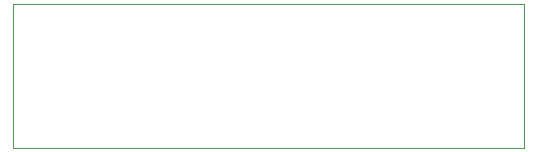
<source format=gbr>
%TF.GenerationSoftware,KiCad,Pcbnew,7.0.7-7.0.7~ubuntu22.04.1*%
%TF.CreationDate,2023-09-14T15:18:49+02:00*%
%TF.ProjectId,MoozyNano,4d6f6f7a-794e-4616-9e6f-2e6b69636164,rev?*%
%TF.SameCoordinates,Original*%
%TF.FileFunction,Profile,NP*%
%FSLAX46Y46*%
G04 Gerber Fmt 4.6, Leading zero omitted, Abs format (unit mm)*
G04 Created by KiCad (PCBNEW 7.0.7-7.0.7~ubuntu22.04.1) date 2023-09-14 15:18:49*
%MOMM*%
%LPD*%
G01*
G04 APERTURE LIST*
%TA.AperFunction,Profile*%
%ADD10C,0.100000*%
%TD*%
G04 APERTURE END LIST*
D10*
X107569000Y-77470000D02*
X150793800Y-77470000D01*
X150793800Y-89662000D01*
X107569000Y-89662000D01*
X107569000Y-77470000D01*
M02*

</source>
